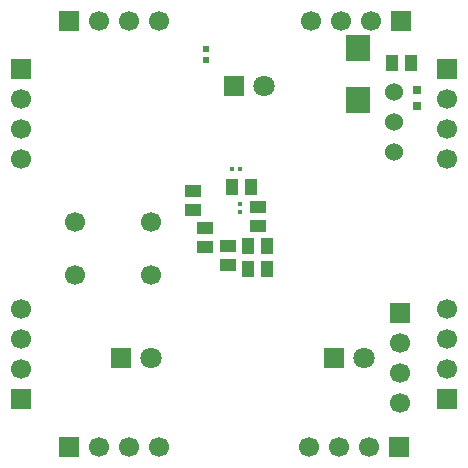
<source format=gbr>
%TF.GenerationSoftware,KiCad,Pcbnew,9.0.6*%
%TF.CreationDate,2025-12-07T19:18:26-08:00*%
%TF.ProjectId,redstone_comparator,72656473-746f-46e6-955f-636f6d706172,rev?*%
%TF.SameCoordinates,Original*%
%TF.FileFunction,Soldermask,Bot*%
%TF.FilePolarity,Negative*%
%FSLAX46Y46*%
G04 Gerber Fmt 4.6, Leading zero omitted, Abs format (unit mm)*
G04 Created by KiCad (PCBNEW 9.0.6) date 2025-12-07 19:18:26*
%MOMM*%
%LPD*%
G01*
G04 APERTURE LIST*
%ADD10C,1.524000*%
%ADD11R,1.800000X1.800000*%
%ADD12C,1.800000*%
%ADD13C,1.700000*%
%ADD14R,1.700000X1.700000*%
%ADD15R,1.470000X1.020000*%
%ADD16R,0.620000X0.600000*%
%ADD17R,0.460000X0.420000*%
%ADD18R,1.020000X1.470000*%
%ADD19R,2.150000X2.200000*%
%ADD20R,0.700000X0.650000*%
%ADD21R,0.420000X0.460000*%
G04 APERTURE END LIST*
D10*
%TO.C,U2*%
X148500000Y-43000000D03*
X148500000Y-45540000D03*
X148500000Y-48080000D03*
%TD*%
D11*
%TO.C,D2*%
X143460000Y-65500000D03*
D12*
X146000000Y-65500000D03*
%TD*%
D11*
%TO.C,D3*%
X125460000Y-65500000D03*
D12*
X128000000Y-65500000D03*
%TD*%
D13*
%TO.C,SW1*%
X121500000Y-54000000D03*
X128000000Y-54000000D03*
X121500000Y-58500000D03*
X128000000Y-58500000D03*
%TD*%
D14*
%TO.C,J9*%
X149025000Y-61700000D03*
D13*
X149025000Y-64240000D03*
X149025000Y-66780000D03*
X149025000Y-69320000D03*
%TD*%
D14*
%TO.C,J8*%
X116975000Y-69000000D03*
D13*
X116975000Y-66460000D03*
X116975000Y-63920000D03*
X116975000Y-61380000D03*
%TD*%
D14*
%TO.C,J4*%
X153000000Y-69000000D03*
D13*
X153000000Y-66460000D03*
X153000000Y-63920000D03*
X153000000Y-61380000D03*
%TD*%
D11*
%TO.C,D1*%
X135000000Y-42500000D03*
D12*
X137540000Y-42500000D03*
%TD*%
D14*
%TO.C,J1*%
X121000000Y-37000000D03*
D13*
X123540000Y-37000000D03*
X126080000Y-37000000D03*
X128620000Y-37000000D03*
%TD*%
D14*
%TO.C,J2*%
X149120000Y-37000000D03*
D13*
X146580000Y-37000000D03*
X144040000Y-37000000D03*
X141500000Y-37000000D03*
%TD*%
D14*
%TO.C,J6*%
X149000000Y-73025000D03*
D13*
X146460000Y-73025000D03*
X143920000Y-73025000D03*
X141380000Y-73025000D03*
%TD*%
D14*
%TO.C,J5*%
X121000000Y-73000000D03*
D13*
X123540000Y-73000000D03*
X126080000Y-73000000D03*
X128620000Y-73000000D03*
%TD*%
D14*
%TO.C,J7*%
X117000000Y-41000000D03*
D13*
X117000000Y-43540000D03*
X117000000Y-46080000D03*
X117000000Y-48620000D03*
%TD*%
D14*
%TO.C,J3*%
X153025000Y-41000000D03*
D13*
X153025000Y-43540000D03*
X153025000Y-46080000D03*
X153025000Y-48620000D03*
%TD*%
D15*
%TO.C,C2*%
X131500000Y-51400000D03*
X131500000Y-53000000D03*
%TD*%
%TO.C,C2*%
X137000000Y-52700000D03*
X137000000Y-54300000D03*
%TD*%
D16*
%TO.C,C1*%
X132580000Y-40280000D03*
X132580000Y-39360000D03*
%TD*%
D15*
%TO.C,C2*%
X134500000Y-57600000D03*
X134500000Y-56000000D03*
%TD*%
D17*
%TO.C,C9*%
X134840000Y-49500000D03*
X135500000Y-49500000D03*
%TD*%
D18*
%TO.C,C3*%
X148400000Y-40500000D03*
X150000000Y-40500000D03*
%TD*%
D19*
%TO.C,D19*%
X145500000Y-43700000D03*
X145500000Y-39300000D03*
%TD*%
D15*
%TO.C,C2*%
X132500000Y-56100000D03*
X132500000Y-54500000D03*
%TD*%
D18*
%TO.C,C10*%
X134810000Y-51000000D03*
X136410000Y-51000000D03*
%TD*%
%TO.C,C10*%
X136200000Y-58000000D03*
X137800000Y-58000000D03*
%TD*%
%TO.C,C2*%
X137800000Y-56000000D03*
X136200000Y-56000000D03*
%TD*%
D20*
%TO.C,C4*%
X150500000Y-42825000D03*
X150500000Y-44175000D03*
%TD*%
D21*
%TO.C,C11*%
X135500000Y-52500000D03*
X135500000Y-53160000D03*
%TD*%
M02*

</source>
